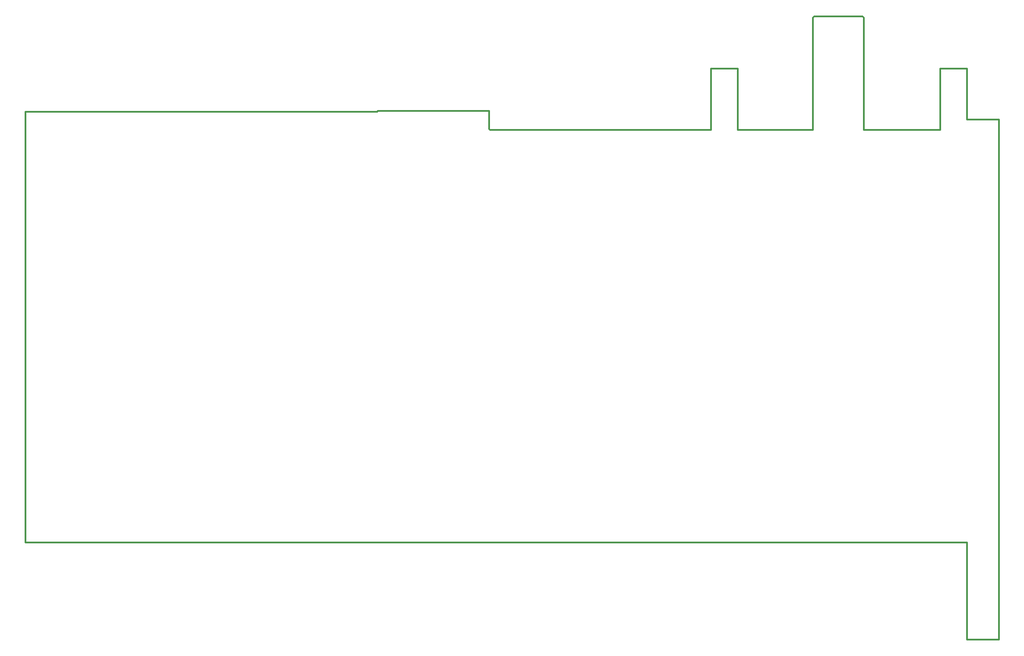
<source format=gbr>
G04 start of page 8 for group 6 idx 6 *
G04 Title: (unknown), outline *
G04 Creator: pcb 4.2.0 *
G04 CreationDate: Tue Jul 14 02:55:31 2020 UTC *
G04 For: commonadmin *
G04 Format: Gerber/RS-274X *
G04 PCB-Dimensions (mil): 24000.00 18000.00 *
G04 PCB-Coordinate-Origin: lower left *
%MOIN*%
%FSLAX25Y25*%
%LNOUTLINE*%
%ADD181C,0.0140*%
G54D181*X577756Y655315D02*X598425D01*
X754921D02*X775591D01*
X598425D02*Y608071D01*
X656496D01*
X695866D02*X754921D01*
X656496D02*Y694685D01*
X657480Y695669D01*
X694882D01*
X695866Y694685D01*
Y608071D01*
X754921D02*Y655315D01*
X775591D02*Y615945D01*
X800197D01*
Y214370D01*
X775591D01*
Y289173D01*
X320079Y622047D02*X320472Y622441D01*
X406693D01*
Y608661D01*
X407283Y608071D01*
X577756D01*
Y655315D01*
X48425Y622047D02*X320079D01*
X775591Y289173D02*X48425D01*
Y622047D01*
M02*

</source>
